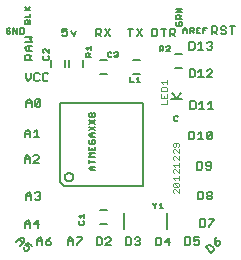
<source format=gto>
G75*
G70*
%OFA0B0*%
%FSLAX24Y24*%
%IPPOS*%
%LPD*%
%AMOC8*
5,1,8,0,0,1.08239X$1,22.5*
%
%ADD10C,0.0060*%
%ADD11C,0.0040*%
%ADD12C,0.0080*%
D10*
X000849Y000946D02*
X000972Y001068D01*
X000972Y001191D01*
X000849Y001191D01*
X000727Y001068D01*
X000819Y001160D02*
X000941Y001038D01*
X001027Y000952D02*
X001119Y000921D01*
X001150Y000891D01*
X001150Y000829D01*
X001088Y000768D01*
X001027Y000768D01*
X000966Y000829D01*
X000966Y000891D01*
X001027Y000952D02*
X001119Y001044D01*
X001242Y000921D01*
X001413Y000961D02*
X001413Y001134D01*
X001500Y001221D01*
X001587Y001134D01*
X001587Y000961D01*
X001708Y001004D02*
X001708Y001091D01*
X001838Y001091D01*
X001882Y001047D01*
X001882Y001004D01*
X001838Y000961D01*
X001751Y000961D01*
X001708Y001004D01*
X001708Y001091D02*
X001795Y001177D01*
X001882Y001221D01*
X001587Y001091D02*
X001413Y001091D01*
X001438Y001529D02*
X001438Y001789D01*
X001308Y001659D01*
X001481Y001659D01*
X001187Y001659D02*
X001013Y001659D01*
X001013Y001702D02*
X001100Y001789D01*
X001187Y001702D01*
X001187Y001529D01*
X001013Y001529D02*
X001013Y001702D01*
X001051Y002467D02*
X001051Y002641D01*
X001138Y002728D01*
X001225Y002641D01*
X001225Y002467D01*
X001346Y002511D02*
X001390Y002467D01*
X001476Y002467D01*
X001520Y002511D01*
X001520Y002554D01*
X001476Y002597D01*
X001433Y002597D01*
X001476Y002597D02*
X001520Y002641D01*
X001520Y002684D01*
X001476Y002728D01*
X001390Y002728D01*
X001346Y002684D01*
X001225Y002597D02*
X001051Y002597D01*
X000996Y003705D02*
X000996Y003879D01*
X001083Y003965D01*
X001170Y003879D01*
X001170Y003705D01*
X001291Y003705D02*
X001465Y003879D01*
X001465Y003922D01*
X001421Y003965D01*
X001334Y003965D01*
X001291Y003922D01*
X001170Y003835D02*
X000996Y003835D01*
X001291Y003705D02*
X001465Y003705D01*
X001488Y004550D02*
X001315Y004550D01*
X001401Y004550D02*
X001401Y004810D01*
X001315Y004723D01*
X001193Y004723D02*
X001193Y004550D01*
X001193Y004680D02*
X001020Y004680D01*
X001020Y004723D02*
X001020Y004550D01*
X001020Y004723D02*
X001107Y004810D01*
X001193Y004723D01*
X001233Y005570D02*
X001233Y005743D01*
X001147Y005830D01*
X001060Y005743D01*
X001060Y005570D01*
X001060Y005700D02*
X001233Y005700D01*
X001355Y005613D02*
X001528Y005787D01*
X001528Y005613D01*
X001485Y005570D01*
X001398Y005570D01*
X001355Y005613D01*
X001355Y005787D01*
X001398Y005830D01*
X001485Y005830D01*
X001528Y005787D01*
X001454Y006436D02*
X001367Y006436D01*
X001323Y006480D01*
X001323Y006653D01*
X001367Y006696D01*
X001454Y006696D01*
X001497Y006653D01*
X001618Y006653D02*
X001618Y006480D01*
X001661Y006436D01*
X001748Y006436D01*
X001792Y006480D01*
X001792Y006653D02*
X001748Y006696D01*
X001661Y006696D01*
X001618Y006653D01*
X001497Y006480D02*
X001454Y006436D01*
X001202Y006523D02*
X001202Y006696D01*
X001202Y006523D02*
X001116Y006436D01*
X001029Y006523D01*
X001029Y006696D01*
X001000Y007140D02*
X001000Y007270D01*
X001043Y007313D01*
X001130Y007313D01*
X001173Y007270D01*
X001173Y007140D01*
X001173Y007227D02*
X001260Y007313D01*
X001260Y007435D02*
X001087Y007435D01*
X001000Y007521D01*
X001087Y007608D01*
X001260Y007608D01*
X001260Y007729D02*
X001173Y007816D01*
X001260Y007903D01*
X001000Y007903D01*
X000932Y008010D02*
X000962Y008040D01*
X000962Y008160D01*
X000932Y008190D01*
X000842Y008190D01*
X000842Y008010D01*
X000932Y008010D01*
X000741Y008010D02*
X000741Y008190D01*
X000621Y008190D02*
X000741Y008010D01*
X000621Y008010D02*
X000621Y008190D01*
X000520Y008160D02*
X000490Y008190D01*
X000430Y008190D01*
X000400Y008160D01*
X000400Y008040D01*
X000430Y008010D01*
X000490Y008010D01*
X000520Y008040D01*
X000520Y008100D01*
X000460Y008100D01*
X001010Y008340D02*
X001010Y008430D01*
X001040Y008460D01*
X001070Y008460D01*
X001100Y008430D01*
X001100Y008340D01*
X001190Y008340D02*
X001190Y008430D01*
X001160Y008460D01*
X001130Y008460D01*
X001100Y008430D01*
X001190Y008340D02*
X001010Y008340D01*
X001010Y008561D02*
X001190Y008561D01*
X001190Y008681D01*
X001190Y008782D02*
X001010Y008782D01*
X001100Y008812D02*
X001190Y008902D01*
X001130Y008782D02*
X001010Y008902D01*
X001000Y007729D02*
X001260Y007729D01*
X001130Y007608D02*
X001130Y007435D01*
X001260Y007140D02*
X001000Y007140D01*
X001618Y007175D02*
X001648Y007145D01*
X001768Y007145D01*
X001798Y007175D01*
X001798Y007236D01*
X001768Y007266D01*
X001798Y007366D02*
X001678Y007487D01*
X001648Y007487D01*
X001618Y007457D01*
X001618Y007396D01*
X001648Y007366D01*
X001648Y007266D02*
X001618Y007236D01*
X001618Y007175D01*
X001798Y007366D02*
X001798Y007487D01*
X001884Y007128D02*
X001884Y006892D01*
X002356Y006892D02*
X002356Y007128D01*
X002484Y007128D02*
X002484Y006892D01*
X002956Y006892D02*
X002956Y007128D01*
X003035Y007248D02*
X003035Y007338D01*
X003065Y007368D01*
X003125Y007368D01*
X003155Y007338D01*
X003155Y007248D01*
X003215Y007248D02*
X003035Y007248D01*
X003155Y007308D02*
X003215Y007368D01*
X003215Y007469D02*
X003215Y007589D01*
X003215Y007529D02*
X003035Y007529D01*
X003095Y007469D01*
X003370Y007920D02*
X003370Y008180D01*
X003500Y008180D01*
X003543Y008137D01*
X003543Y008050D01*
X003500Y008007D01*
X003370Y008007D01*
X003457Y008007D02*
X003543Y007920D01*
X003665Y007920D02*
X003838Y008180D01*
X003665Y008180D02*
X003838Y007920D01*
X003862Y007404D02*
X003802Y007404D01*
X003772Y007374D01*
X003772Y007253D01*
X003802Y007223D01*
X003862Y007223D01*
X003892Y007253D01*
X003738Y007146D02*
X003502Y007146D01*
X003862Y007404D02*
X003892Y007374D01*
X003993Y007374D02*
X004023Y007404D01*
X004083Y007404D01*
X004113Y007374D01*
X004113Y007344D01*
X004083Y007314D01*
X004113Y007284D01*
X004113Y007253D01*
X004083Y007223D01*
X004023Y007223D01*
X003993Y007253D01*
X004053Y007314D02*
X004083Y007314D01*
X004602Y007146D02*
X004838Y007146D01*
X004838Y006674D02*
X004602Y006674D01*
X004509Y006562D02*
X004509Y006382D01*
X004629Y006382D01*
X004730Y006382D02*
X004850Y006382D01*
X004790Y006382D02*
X004790Y006562D01*
X004730Y006502D01*
X004940Y005690D02*
X004940Y002930D01*
X002320Y002930D01*
X002180Y003070D01*
X002180Y005690D01*
X004940Y005690D01*
X005980Y005240D02*
X005980Y005120D01*
X006010Y005090D01*
X006070Y005090D01*
X006100Y005120D01*
X006100Y005240D02*
X006070Y005270D01*
X006010Y005270D01*
X005980Y005240D01*
X006524Y005499D02*
X006524Y005759D01*
X006654Y005759D01*
X006697Y005716D01*
X006697Y005542D01*
X006654Y005499D01*
X006524Y005499D01*
X006818Y005499D02*
X006992Y005499D01*
X006905Y005499D02*
X006905Y005759D01*
X006818Y005672D01*
X007113Y005672D02*
X007200Y005759D01*
X007200Y005499D01*
X007286Y005499D02*
X007113Y005499D01*
X007117Y004745D02*
X007204Y004745D01*
X007248Y004702D01*
X007074Y004528D01*
X007117Y004485D01*
X007204Y004485D01*
X007248Y004528D01*
X007248Y004702D01*
X007117Y004745D02*
X007074Y004702D01*
X007074Y004528D01*
X006953Y004485D02*
X006779Y004485D01*
X006866Y004485D02*
X006866Y004745D01*
X006779Y004658D01*
X006658Y004702D02*
X006658Y004528D01*
X006615Y004485D01*
X006485Y004485D01*
X006485Y004745D01*
X006615Y004745D01*
X006658Y004702D01*
X006751Y003735D02*
X006881Y003735D01*
X006925Y003691D01*
X006925Y003518D01*
X006881Y003475D01*
X006751Y003475D01*
X006751Y003735D01*
X007046Y003691D02*
X007046Y003648D01*
X007089Y003605D01*
X007219Y003605D01*
X007219Y003691D02*
X007219Y003518D01*
X007176Y003475D01*
X007089Y003475D01*
X007046Y003518D01*
X007046Y003691D02*
X007089Y003735D01*
X007176Y003735D01*
X007219Y003691D01*
X007201Y002743D02*
X007115Y002743D01*
X007071Y002700D01*
X007071Y002657D01*
X007115Y002613D01*
X007201Y002613D01*
X007245Y002570D01*
X007245Y002527D01*
X007201Y002483D01*
X007115Y002483D01*
X007071Y002527D01*
X007071Y002570D01*
X007115Y002613D01*
X007201Y002613D02*
X007245Y002657D01*
X007245Y002700D01*
X007201Y002743D01*
X006950Y002700D02*
X006950Y002527D01*
X006907Y002483D01*
X006777Y002483D01*
X006777Y002743D01*
X006907Y002743D01*
X006950Y002700D01*
X006970Y001830D02*
X006840Y001830D01*
X006840Y001570D01*
X006970Y001570D01*
X007013Y001613D01*
X007013Y001787D01*
X006970Y001830D01*
X007135Y001830D02*
X007308Y001830D01*
X007308Y001787D01*
X007135Y001613D01*
X007135Y001570D01*
X007367Y001217D02*
X007336Y001125D01*
X007336Y001003D01*
X007428Y001095D01*
X007490Y001095D01*
X007520Y001064D01*
X007520Y001003D01*
X007459Y000941D01*
X007398Y000941D01*
X007336Y001003D01*
X007312Y000856D02*
X007189Y000978D01*
X007128Y000978D01*
X007036Y000886D01*
X007220Y000702D01*
X007312Y000794D01*
X007312Y000856D01*
X006818Y001013D02*
X006775Y000970D01*
X006688Y000970D01*
X006645Y001013D01*
X006645Y001100D02*
X006731Y001143D01*
X006775Y001143D01*
X006818Y001100D01*
X006818Y001013D01*
X006645Y001100D02*
X006645Y001230D01*
X006818Y001230D01*
X006523Y001187D02*
X006523Y001013D01*
X006480Y000970D01*
X006350Y000970D01*
X006350Y001230D01*
X006480Y001230D01*
X006523Y001187D01*
X005838Y001080D02*
X005665Y001080D01*
X005795Y001210D01*
X005795Y000950D01*
X005543Y000993D02*
X005543Y001167D01*
X005500Y001210D01*
X005370Y001210D01*
X005370Y000950D01*
X005500Y000950D01*
X005543Y000993D01*
X004848Y001003D02*
X004805Y000960D01*
X004718Y000960D01*
X004675Y001003D01*
X004761Y001090D02*
X004805Y001090D01*
X004848Y001047D01*
X004848Y001003D01*
X004805Y001090D02*
X004848Y001133D01*
X004848Y001177D01*
X004805Y001220D01*
X004718Y001220D01*
X004675Y001177D01*
X004553Y001177D02*
X004553Y001003D01*
X004510Y000960D01*
X004380Y000960D01*
X004380Y001220D01*
X004510Y001220D01*
X004553Y001177D01*
X003866Y001180D02*
X003823Y001223D01*
X003736Y001223D01*
X003693Y001180D01*
X003571Y001180D02*
X003528Y001223D01*
X003398Y001223D01*
X003398Y000963D01*
X003528Y000963D01*
X003571Y001007D01*
X003571Y001180D01*
X003693Y000963D02*
X003866Y001137D01*
X003866Y001180D01*
X003866Y000963D02*
X003693Y000963D01*
X003738Y001674D02*
X003502Y001674D01*
X003502Y002146D02*
X003738Y002146D01*
X002988Y001986D02*
X002988Y001866D01*
X002988Y001926D02*
X002808Y001926D01*
X002868Y001866D01*
X002838Y001765D02*
X002808Y001735D01*
X002808Y001675D01*
X002838Y001645D01*
X002958Y001645D01*
X002988Y001675D01*
X002988Y001735D01*
X002958Y001765D01*
X002902Y001225D02*
X002729Y001225D01*
X002608Y001138D02*
X002608Y000964D01*
X002729Y000964D02*
X002729Y001008D01*
X002902Y001181D01*
X002902Y001225D01*
X002608Y001138D02*
X002521Y001225D01*
X002434Y001138D01*
X002434Y000964D01*
X002434Y001095D02*
X002608Y001095D01*
X002339Y003230D02*
X002341Y003253D01*
X002347Y003276D01*
X002356Y003297D01*
X002369Y003317D01*
X002385Y003334D01*
X002403Y003348D01*
X002423Y003359D01*
X002445Y003367D01*
X002468Y003371D01*
X002492Y003371D01*
X002515Y003367D01*
X002537Y003359D01*
X002557Y003348D01*
X002575Y003334D01*
X002591Y003317D01*
X002604Y003297D01*
X002613Y003276D01*
X002619Y003253D01*
X002621Y003230D01*
X002619Y003207D01*
X002613Y003184D01*
X002604Y003163D01*
X002591Y003143D01*
X002575Y003126D01*
X002557Y003112D01*
X002537Y003101D01*
X002515Y003093D01*
X002492Y003089D01*
X002468Y003089D01*
X002445Y003093D01*
X002423Y003101D01*
X002403Y003112D01*
X002385Y003126D01*
X002369Y003143D01*
X002356Y003163D01*
X002347Y003184D01*
X002341Y003207D01*
X002339Y003230D01*
X003160Y003521D02*
X003220Y003461D01*
X003340Y003461D01*
X003250Y003461D02*
X003250Y003581D01*
X003220Y003581D02*
X003340Y003581D01*
X003220Y003581D02*
X003160Y003521D01*
X003160Y003682D02*
X003160Y003802D01*
X003160Y003742D02*
X003340Y003742D01*
X003340Y003903D02*
X003160Y003903D01*
X003220Y003963D01*
X003160Y004023D01*
X003340Y004023D01*
X003340Y004124D02*
X003340Y004244D01*
X003310Y004345D02*
X003340Y004375D01*
X003340Y004435D01*
X003310Y004465D01*
X003250Y004465D01*
X003250Y004405D01*
X003190Y004345D02*
X003310Y004345D01*
X003190Y004345D02*
X003160Y004375D01*
X003160Y004435D01*
X003190Y004465D01*
X003220Y004566D02*
X003160Y004626D01*
X003220Y004686D01*
X003340Y004686D01*
X003250Y004686D02*
X003250Y004566D01*
X003220Y004566D02*
X003340Y004566D01*
X003340Y004787D02*
X003160Y004907D01*
X003160Y005008D02*
X003340Y005128D01*
X003310Y005229D02*
X003280Y005229D01*
X003250Y005259D01*
X003250Y005319D01*
X003280Y005349D01*
X003310Y005349D01*
X003340Y005319D01*
X003340Y005259D01*
X003310Y005229D01*
X003250Y005259D02*
X003220Y005229D01*
X003190Y005229D01*
X003160Y005259D01*
X003160Y005319D01*
X003190Y005349D01*
X003220Y005349D01*
X003250Y005319D01*
X003160Y005128D02*
X003340Y005008D01*
X003340Y004907D02*
X003160Y004787D01*
X003160Y004244D02*
X003160Y004124D01*
X003340Y004124D01*
X003250Y004124D02*
X003250Y004184D01*
X005274Y002362D02*
X005274Y002332D01*
X005334Y002272D01*
X005334Y002182D01*
X005334Y002272D02*
X005394Y002332D01*
X005394Y002362D01*
X005495Y002302D02*
X005555Y002362D01*
X005555Y002182D01*
X005495Y002182D02*
X005615Y002182D01*
X006496Y006564D02*
X006626Y006564D01*
X006670Y006608D01*
X006670Y006781D01*
X006626Y006825D01*
X006496Y006825D01*
X006496Y006564D01*
X006791Y006564D02*
X006964Y006564D01*
X006878Y006564D02*
X006878Y006825D01*
X006791Y006738D01*
X007086Y006781D02*
X007129Y006825D01*
X007216Y006825D01*
X007259Y006781D01*
X007259Y006738D01*
X007086Y006564D01*
X007259Y006564D01*
X007209Y007480D02*
X007123Y007480D01*
X007079Y007523D01*
X007166Y007610D02*
X007209Y007610D01*
X007253Y007567D01*
X007253Y007523D01*
X007209Y007480D01*
X007209Y007610D02*
X007253Y007653D01*
X007253Y007697D01*
X007209Y007740D01*
X007123Y007740D01*
X007079Y007697D01*
X006958Y007480D02*
X006785Y007480D01*
X006871Y007480D02*
X006871Y007740D01*
X006785Y007653D01*
X006663Y007697D02*
X006620Y007740D01*
X006490Y007740D01*
X006490Y007480D01*
X006620Y007480D01*
X006663Y007523D01*
X006663Y007697D01*
X006633Y008033D02*
X006573Y008093D01*
X006603Y008093D02*
X006513Y008093D01*
X006513Y008033D02*
X006513Y008214D01*
X006603Y008214D01*
X006633Y008184D01*
X006633Y008123D01*
X006603Y008093D01*
X006734Y008123D02*
X006794Y008123D01*
X006734Y008033D02*
X006854Y008033D01*
X006955Y008033D02*
X006955Y008214D01*
X007075Y008214D01*
X007015Y008123D02*
X006955Y008123D01*
X006854Y008214D02*
X006734Y008214D01*
X006734Y008033D01*
X006412Y008033D02*
X006412Y008153D01*
X006352Y008214D01*
X006292Y008153D01*
X006292Y008033D01*
X006292Y008123D02*
X006412Y008123D01*
X006230Y008307D02*
X006230Y008367D01*
X006200Y008397D01*
X006140Y008397D01*
X006140Y008337D01*
X006080Y008277D02*
X006200Y008277D01*
X006230Y008307D01*
X006080Y008277D02*
X006050Y008307D01*
X006050Y008367D01*
X006080Y008397D01*
X006050Y008498D02*
X006050Y008588D01*
X006080Y008618D01*
X006140Y008618D01*
X006170Y008588D01*
X006170Y008498D01*
X006230Y008498D02*
X006050Y008498D01*
X006170Y008558D02*
X006230Y008618D01*
X006230Y008719D02*
X006050Y008719D01*
X006230Y008839D01*
X006050Y008839D01*
X005969Y008180D02*
X005839Y008180D01*
X005839Y007920D01*
X005839Y008007D02*
X005969Y008007D01*
X006013Y008050D01*
X006013Y008137D01*
X005969Y008180D01*
X005926Y008007D02*
X006013Y007920D01*
X005818Y007598D02*
X005758Y007598D01*
X005728Y007568D01*
X005818Y007598D02*
X005848Y007568D01*
X005848Y007538D01*
X005728Y007418D01*
X005848Y007418D01*
X006002Y007346D02*
X006238Y007346D01*
X006238Y006874D02*
X006002Y006874D01*
X005627Y007418D02*
X005567Y007478D01*
X005597Y007478D02*
X005507Y007478D01*
X005507Y007418D02*
X005507Y007598D01*
X005597Y007598D01*
X005627Y007568D01*
X005627Y007508D01*
X005597Y007478D01*
X005631Y007920D02*
X005631Y008180D01*
X005545Y008180D02*
X005718Y008180D01*
X005423Y008137D02*
X005423Y007963D01*
X005380Y007920D01*
X005250Y007920D01*
X005250Y008180D01*
X005380Y008180D01*
X005423Y008137D01*
X004908Y008180D02*
X004735Y007920D01*
X004908Y007920D02*
X004735Y008180D01*
X004613Y008180D02*
X004440Y008180D01*
X004527Y008180D02*
X004527Y007920D01*
X003738Y006674D02*
X003502Y006674D01*
X002631Y007920D02*
X002718Y008093D01*
X002545Y008093D02*
X002631Y007920D01*
X002423Y007963D02*
X002423Y008050D01*
X002380Y008093D01*
X002337Y008093D01*
X002250Y008050D01*
X002250Y008180D01*
X002423Y008180D01*
X002423Y007963D02*
X002380Y007920D01*
X002293Y007920D01*
X002250Y007963D01*
X007240Y007990D02*
X007240Y008250D01*
X007370Y008250D01*
X007413Y008207D01*
X007413Y008120D01*
X007370Y008077D01*
X007240Y008077D01*
X007327Y008077D02*
X007413Y007990D01*
X007535Y008033D02*
X007578Y007990D01*
X007665Y007990D01*
X007708Y008033D01*
X007708Y008077D01*
X007665Y008120D01*
X007578Y008120D01*
X007535Y008163D01*
X007535Y008207D01*
X007578Y008250D01*
X007665Y008250D01*
X007708Y008207D01*
X007829Y008250D02*
X008003Y008250D01*
X007916Y008250D02*
X007916Y007990D01*
D11*
X005757Y006452D02*
X005757Y006319D01*
X005757Y006385D02*
X005557Y006385D01*
X005623Y006319D01*
X005590Y006231D02*
X005557Y006198D01*
X005557Y006098D01*
X005757Y006098D01*
X005757Y006198D01*
X005723Y006231D01*
X005590Y006231D01*
X005557Y006010D02*
X005557Y005877D01*
X005757Y005877D01*
X005757Y006010D01*
X005657Y005943D02*
X005657Y005877D01*
X005757Y005789D02*
X005757Y005656D01*
X005557Y005656D01*
X005973Y004372D02*
X005940Y004339D01*
X005940Y004272D01*
X005973Y004239D01*
X006007Y004239D01*
X006040Y004272D01*
X006040Y004372D01*
X006107Y004372D02*
X005973Y004372D01*
X006107Y004372D02*
X006140Y004339D01*
X006140Y004272D01*
X006107Y004239D01*
X006140Y004151D02*
X006140Y004018D01*
X006007Y004151D01*
X005973Y004151D01*
X005940Y004118D01*
X005940Y004051D01*
X005973Y004018D01*
X005973Y003930D02*
X005940Y003897D01*
X005940Y003830D01*
X005973Y003797D01*
X005973Y003930D02*
X006007Y003930D01*
X006140Y003797D01*
X006140Y003930D01*
X006140Y003709D02*
X006140Y003576D01*
X006140Y003643D02*
X005940Y003643D01*
X006007Y003576D01*
X006007Y003489D02*
X005973Y003489D01*
X005940Y003455D01*
X005940Y003388D01*
X005973Y003355D01*
X006007Y003489D02*
X006140Y003355D01*
X006140Y003489D01*
X006140Y003268D02*
X006140Y003134D01*
X006140Y003201D02*
X005940Y003201D01*
X006007Y003134D01*
X005973Y003047D02*
X006107Y002913D01*
X006140Y002946D01*
X006140Y003013D01*
X006107Y003047D01*
X005973Y003047D01*
X005940Y003013D01*
X005940Y002946D01*
X005973Y002913D01*
X006107Y002913D01*
X006140Y002826D02*
X006140Y002692D01*
X006007Y002826D01*
X005973Y002826D01*
X005940Y002792D01*
X005940Y002725D01*
X005973Y002692D01*
D12*
X005729Y002026D02*
X005729Y001514D01*
X004311Y001514D02*
X004311Y002026D01*
X005881Y005824D02*
X006067Y005824D01*
X005928Y006032D01*
X006080Y005859D02*
X006208Y006027D01*
X006248Y005824D02*
X006067Y005824D01*
M02*

</source>
